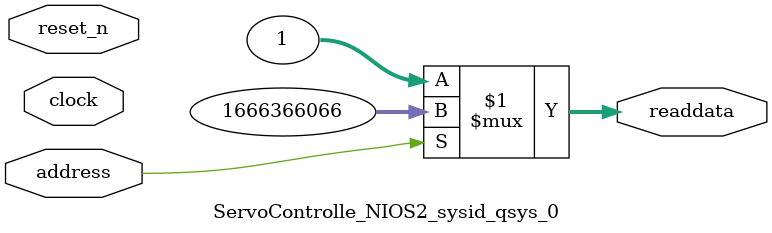
<source format=v>



// synthesis translate_off
`timescale 1ns / 1ps
// synthesis translate_on

// turn off superfluous verilog processor warnings 
// altera message_level Level1 
// altera message_off 10034 10035 10036 10037 10230 10240 10030 

module ServoControlle_NIOS2_sysid_qsys_0 (
               // inputs:
                address,
                clock,
                reset_n,

               // outputs:
                readdata
             )
;

  output  [ 31: 0] readdata;
  input            address;
  input            clock;
  input            reset_n;

  wire    [ 31: 0] readdata;
  //control_slave, which is an e_avalon_slave
  assign readdata = address ? 1666366066 : 1;

endmodule



</source>
